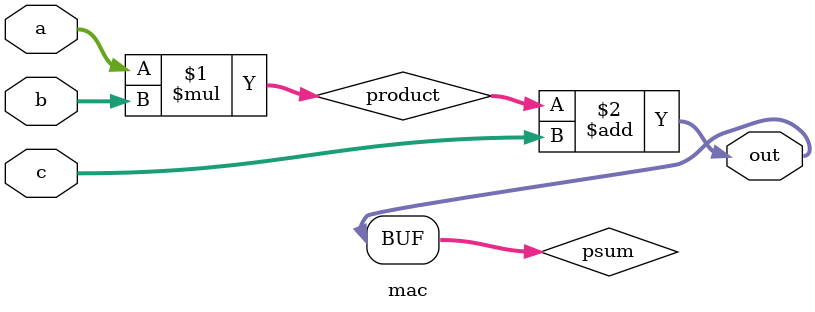
<source format=v>
module mac (out, a, b, c);

parameter bw = 4;
parameter psum_bw = 16;

output signed [psum_bw-1:0] out;
input signed  [bw-1:0] a;  // activation
input signed  [bw-1:0] b;  // weight
input signed  [psum_bw-1:0] c;


wire signed [2*bw:0] product;
wire signed [psum_bw-1:0] psum;
//wire signed [2*bw-1:0]   a_pad;

//assign a_pad = {(bw){a[bw-1]}, a};
//assign product = a_pad * b;
assign product = a * b;

assign psum = product + c;
assign out = psum;

endmodule

</source>
